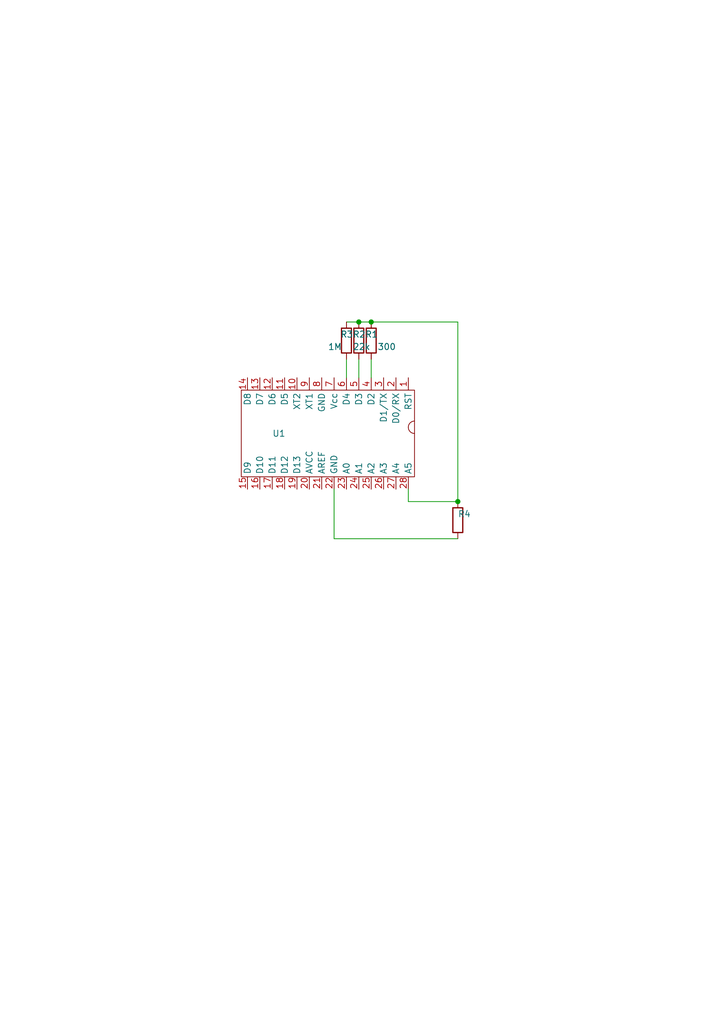
<source format=kicad_sch>
(kicad_sch (version 20230121) (generator eeschema)
  (paper "A5" portrait)
  (lib_symbols
    (symbol "Device:R" (pin_numbers hide) (pin_names (offset 0))
      (property "Reference" "R" (at 2.032 0 90))
      (property "Value" "R" (at 0 0 90))
      (symbol "R_0_1"
        (rectangle (start -1.016 -2.54) (end 1.016 2.54) (stroke (width 0.254)))
      )
      (symbol "R_1_1"
        (pin passive line (at 0 3.81 270) (length 1.27) (name "~") (number "1"))
        (pin passive line (at 0 -3.81 90) (length 1.27) (name "~") (number "2"))
      )
    )
    (symbol "Ore:ATmega328U_Duino"
      (property "Reference" "ATmega328P_arduino" (at 0 0 0))
      (symbol "ATmega328U_Duino_0_1"
        (arc (start -17.7799 11.4299) (mid -16.8819 11.8019) (end -16.5099 12.6999))
        (rectangle (start -17.78 22.86) (end 17.78 5.08))
        (arc (start -16.5099 12.7001) (mid -16.8819 13.5981) (end -17.7799 13.9701))
      )
      (symbol "ATmega328U_Duino_1_1"
        (pin input line (at -16.51 2.54 90) (length 2.54) (name "RST") (number "1"))
        (pin input line (at 6.35 2.54 90) (length 2.54) (name "XT2") (number "10"))
        (pin output line (at 8.89 2.54 90) (length 2.54) (name "D5") (number "11"))
        (pin output line (at 11.43 2.54 90) (length 2.54) (name "D6") (number "12"))
        (pin output line (at 13.97 2.54 90) (length 2.54) (name "D7") (number "13"))
        (pin output line (at 16.51 2.54 90) (length 2.54) (name "D8") (number "14"))
        (pin output line (at 16.51 25.4 270) (length 2.54) (name "D9") (number "15"))
        (pin output line (at 13.97 25.4 270) (length 2.54) (name "D10") (number "16"))
        (pin unspecified line (at 11.43 25.4 270) (length 2.54) (name "D11") (number "17"))
        (pin unspecified line (at 8.89 25.4 270) (length 2.54) (name "D12") (number "18"))
        (pin unspecified line (at 6.35 25.4 270) (length 2.54) (name "D13") (number "19"))
        (pin output line (at -13.97 2.54 90) (length 2.54) (name "D0/RX") (number "2"))
        (pin unspecified line (at 3.81 25.4 270) (length 2.54) (name "AVCC") (number "20"))
        (pin unspecified line (at 1.27 25.4 270) (length 2.54) (name "AREF") (number "21"))
        (pin unspecified line (at -1.27 25.4 270) (length 2.54) (name "GND") (number "22"))
        (pin unspecified line (at -3.81 25.4 270) (length 2.54) (name "A0") (number "23"))
        (pin unspecified line (at -6.35 25.4 270) (length 2.54) (name "A1") (number "24"))
        (pin unspecified line (at -8.89 25.4 270) (length 2.54) (name "A2") (number "25"))
        (pin unspecified line (at -11.43 25.4 270) (length 2.54) (name "A3") (number "26"))
        (pin unspecified line (at -13.97 25.4 270) (length 2.54) (name "A4") (number "27"))
        (pin unspecified line (at -16.51 25.4 270) (length 2.54) (name "A5") (number "28"))
        (pin output line (at -11.43 2.54 90) (length 2.54) (name "D1/TX") (number "3"))
        (pin output line (at -8.89 2.54 90) (length 2.54) (name "D2") (number "4"))
        (pin output line (at -6.35 2.54 90) (length 2.54) (name "D3") (number "5"))
        (pin output line (at -3.81 2.54 90) (length 2.54) (name "D4") (number "6"))
        (pin power_in line (at -1.27 2.54 90) (length 2.54) (name "Vcc") (number "7"))
        (pin power_out line (at 1.27 2.54 90) (length 2.54) (name "GND") (number "8"))
        (pin input line (at 3.81 2.54 90) (length 2.54) (name "XT1") (number "9"))
      )
    )
  )
  (junction (at 73.66 66.04))
  (junction (at 93.98 102.87))
  (junction (at 76.2 66.04))
  (wire (pts (xy 83.82 102.87) (xy 93.98 102.87)))
  (wire (pts (xy 76.2 73.66) (xy 76.2 77.47)))
  (wire (pts (xy 93.98 110.49) (xy 68.58 110.49)))
  (wire (pts (xy 83.82 100.33) (xy 83.82 102.87)))
  (wire (pts (xy 71.12 66.04) (xy 73.66 66.04)))
  (wire (pts (xy 93.98 66.04) (xy 76.2 66.04)))
  (wire (pts (xy 73.66 73.66) (xy 73.66 77.47)))
  (wire (pts (xy 71.12 73.66) (xy 71.12 77.47)))
  (wire (pts (xy 68.58 100.33) (xy 68.58 110.49)))
  (wire (pts (xy 93.98 102.87) (xy 93.98 66.04)))
  (wire (pts (xy 73.66 66.04) (xy 76.2 66.04)))
  (symbol (lib_id "Ore:ATmega328U_Duino") (at 67.31 74.93 180) (unit 1)
    (property "Reference" "U1" (at 55.88 88.9 0) (effects (justify right)))
    (property "Value" "ATmega328P" (effects hide))
  )
  (symbol (lib_id "Device:R") (at 71.12 69.85 0) (unit 1)
    (property "Reference" "R3" (at 69.85 68.58 0) (effects (justify left)))
    (property "Value" "1M" (at 67.31 71.12 0) (effects (justify left)))
  )
  (symbol (lib_id "Device:R") (at 73.66 69.85 0) (unit 1)
    (property "Reference" "R2" (at 72.39 68.58 0) (effects (justify left)))
    (property "Value" "22k" (at 72.39 71.12 0) (effects (justify left)))
  )
  (symbol (lib_id "Device:R") (at 93.98 106.68 0) (unit 1)
    (property "Reference" "R4" (at 93.98 105.41 0) (effects (justify left)))
    (property "Value" "R" (effects hide))
  )
  (symbol (lib_id "Device:R") (at 76.2 69.85 0) (unit 1)
    (property "Reference" "R1" (at 74.93 68.58 0) (effects (justify left)))
    (property "Value" "300" (at 77.47 71.12 0) (effects (justify left)))
  )
)
</source>
